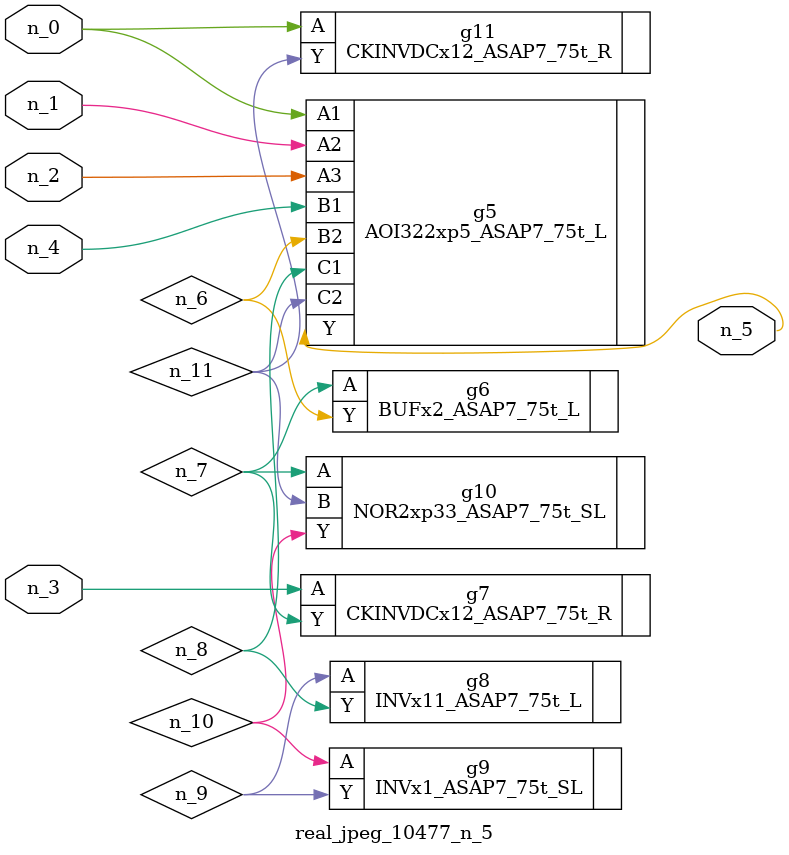
<source format=v>
module real_jpeg_10477_n_5 (n_4, n_0, n_1, n_2, n_3, n_5);

input n_4;
input n_0;
input n_1;
input n_2;
input n_3;

output n_5;

wire n_8;
wire n_11;
wire n_6;
wire n_7;
wire n_10;
wire n_9;

AOI322xp5_ASAP7_75t_L g5 ( 
.A1(n_0),
.A2(n_1),
.A3(n_2),
.B1(n_4),
.B2(n_6),
.C1(n_8),
.C2(n_11),
.Y(n_5)
);

CKINVDCx12_ASAP7_75t_R g11 ( 
.A(n_0),
.Y(n_11)
);

CKINVDCx12_ASAP7_75t_R g7 ( 
.A(n_3),
.Y(n_7)
);

BUFx2_ASAP7_75t_L g6 ( 
.A(n_7),
.Y(n_6)
);

NOR2xp33_ASAP7_75t_SL g10 ( 
.A(n_7),
.B(n_11),
.Y(n_10)
);

INVx11_ASAP7_75t_L g8 ( 
.A(n_9),
.Y(n_8)
);

INVx1_ASAP7_75t_SL g9 ( 
.A(n_10),
.Y(n_9)
);


endmodule
</source>
